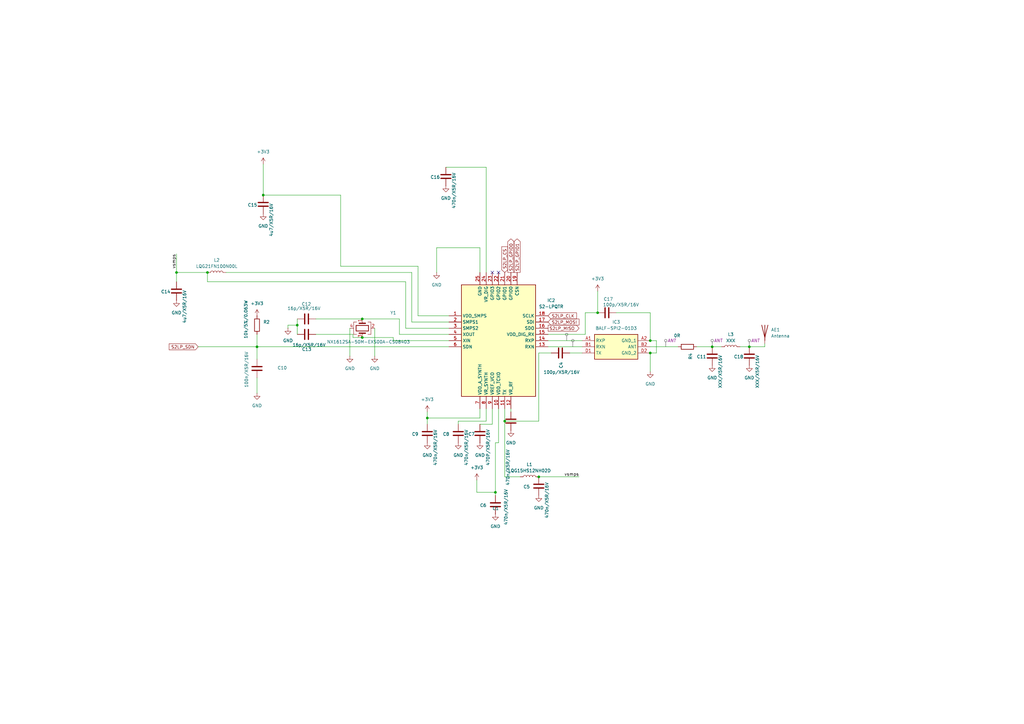
<source format=kicad_sch>
(kicad_sch (version 20231120) (generator "eeschema") (generator_version "8.0")
  (paper "A3")
  (lib_symbols
    (symbol "BALF-SPI2-01D3:BALF-SPI2-01D3"
      (property "Reference" "IC" (at 24.13 7.62 0))
      (property "Value" "BALF-SPI2-01D3" (at 24.13 5.08 0))
      (symbol "BALF-SPI2-01D3_1_1"
        (rectangle (start 5.08 2.54) (end 22.86 -7.62) (stroke (width 0.254)) (fill (type background)))
        (pin passive line (at 0 0 0) (length 5.08) (name "RXP") (number "A1"))
        (pin passive line (at 27.94 0 180) (length 5.08) (name "GND_1") (number "A2"))
        (pin passive line (at 0 -2.54 0) (length 5.08) (name "RXN") (number "B1"))
        (pin passive line (at 27.94 -2.54 180) (length 5.08) (name "ANT") (number "B2"))
        (pin passive line (at 0 -5.08 0) (length 5.08) (name "TX") (number "D1"))
        (pin passive line (at 27.94 -5.08 180) (length 5.08) (name "GND_2") (number "D2"))
      )
    )
    (symbol "Device:Antenna" (pin_numbers hide) (pin_names (offset 1.016) hide)
      (property "Reference" "AE" (at -1.905 1.905 0))
      (property "Value" "Antenna" (at -1.905 0 0))
      (symbol "Antenna_0_1"
        (polyline (pts (xy 0 2.54) (xy 0 -3.81)) (stroke (width 0.254)))
        (polyline (pts (xy 1.27 2.54) (xy 0 -2.54) (xy -1.27 2.54)) (stroke (width 0.254)))
      )
      (symbol "Antenna_1_1"
        (pin input line (at 0 -5.08 90) (length 2.54) (name "A") (number "1"))
      )
    )
    (symbol "Device:C" (pin_numbers hide) (pin_names (offset 0.254))
      (property "Reference" "C" (at 0.635 2.54 0))
      (property "Value" "C" (at 0.635 -2.54 0))
      (symbol "C_0_1"
        (polyline (pts (xy -2.032 -0.762) (xy 2.032 -0.762)) (stroke (width 0.508)))
        (polyline (pts (xy -2.032 0.762) (xy 2.032 0.762)) (stroke (width 0.508)))
      )
      (symbol "C_1_1"
        (pin passive line (at 0 3.81 270) (length 2.794) (name "~") (number "1"))
        (pin passive line (at 0 -3.81 90) (length 2.794) (name "~") (number "2"))
      )
    )
    (symbol "Device:Crystal_GND24" (pin_names (offset 1.016) hide)
      (property "Reference" "Y" (at 3.175 5.08 0))
      (property "Value" "Crystal_GND24" (at 3.175 3.175 0))
      (symbol "Crystal_GND24_0_1"
        (rectangle (start -1.143 2.54) (end 1.143 -2.54) (stroke (width 0.3048)))
        (polyline (pts (xy -2.54 0) (xy -2.032 0)))
        (polyline (pts (xy -2.032 -1.27) (xy -2.032 1.27)) (stroke (width 0.508)))
        (polyline (pts (xy 0 -3.81) (xy 0 -3.556)))
        (polyline (pts (xy 0 3.556) (xy 0 3.81)))
        (polyline (pts (xy 2.032 -1.27) (xy 2.032 1.27)) (stroke (width 0.508)))
        (polyline (pts (xy 2.032 0) (xy 2.54 0)))
        (polyline (pts (xy -2.54 -2.286) (xy -2.54 -3.556) (xy 2.54 -3.556) (xy 2.54 -2.286)))
        (polyline (pts (xy -2.54 2.286) (xy -2.54 3.556) (xy 2.54 3.556) (xy 2.54 2.286)))
      )
      (symbol "Crystal_GND24_1_1"
        (pin passive line (at -3.81 0 0) (length 1.27) (name "1") (number "1"))
        (pin passive line (at 0 5.08 270) (length 1.27) (name "2") (number "2"))
        (pin passive line (at 3.81 0 180) (length 1.27) (name "3") (number "3"))
        (pin passive line (at 0 -5.08 90) (length 1.27) (name "4") (number "4"))
      )
    )
    (symbol "Device:L" (pin_numbers hide) (pin_names (offset 1.016) hide)
      (property "Reference" "L" (at -1.27 0 90))
      (property "Value" "L" (at 1.905 0 90))
      (symbol "L_0_1"
        (arc (start 0 -2.54) (mid 0.6323 -1.905) (end 0 -1.27))
        (arc (start 0 -1.27) (mid 0.6323 -0.635) (end 0 0))
        (arc (start 0 0) (mid 0.6323 0.635) (end 0 1.27))
        (arc (start 0 1.27) (mid 0.6323 1.905) (end 0 2.54))
      )
      (symbol "L_1_1"
        (pin passive line (at 0 3.81 270) (length 1.27) (name "1") (number "1"))
        (pin passive line (at 0 -3.81 90) (length 1.27) (name "2") (number "2"))
      )
    )
    (symbol "Device:R" (pin_numbers hide) (pin_names (offset 0))
      (property "Reference" "R" (at 2.032 0 90))
      (property "Value" "R" (at 0 0 90))
      (symbol "R_0_1"
        (rectangle (start -1.016 -2.54) (end 1.016 2.54) (stroke (width 0.254)))
      )
      (symbol "R_1_1"
        (pin passive line (at 0 3.81 270) (length 1.27) (name "~") (number "1"))
        (pin passive line (at 0 -3.81 90) (length 1.27) (name "~") (number "2"))
      )
    )
    (symbol "S2-LPQTR:S2-LPQTR"
      (property "Reference" "IC" (at 36.83 17.78 0))
      (property "Value" "S2-LPQTR" (at 36.83 15.24 0))
      (symbol "S2-LPQTR_1_1"
        (rectangle (start 5.08 12.7) (end 35.56 -33.02) (stroke (width 0.254)) (fill (type background)))
        (pin power_in line (at 0 0 0) (length 5.08) (name "VDD_SMPS") (number "1"))
        (pin power_in line (at 20.32 -38.1 90) (length 5.08) (name "VDD_TCXO") (number "10"))
        (pin output line (at 22.86 -38.1 90) (length 5.08) (name "TX") (number "11"))
        (pin power_in line (at 25.4 -38.1 90) (length 5.08) (name "VR_RF") (number "12"))
        (pin input line (at 40.64 -12.7 180) (length 5.08) (name "RXN") (number "13"))
        (pin input line (at 40.64 -10.16 180) (length 5.08) (name "RXP") (number "14"))
        (pin power_in line (at 40.64 -7.62 180) (length 5.08) (name "VDD_DIG_RX") (number "15"))
        (pin bidirectional line (at 40.64 -5.08 180) (length 5.08) (name "SDO") (number "16"))
        (pin bidirectional line (at 40.64 -2.54 180) (length 5.08) (name "SDI") (number "17"))
        (pin bidirectional line (at 40.64 0 180) (length 5.08) (name "SCLK") (number "18"))
        (pin bidirectional line (at 27.94 17.78 270) (length 5.08) (name "CSN") (number "19"))
        (pin power_in line (at 0 -2.54 0) (length 5.08) (name "SMPS1") (number "2"))
        (pin bidirectional line (at 25.4 17.78 270) (length 5.08) (name "GPIO0") (number "20"))
        (pin bidirectional line (at 22.86 17.78 270) (length 5.08) (name "GPIO1") (number "21"))
        (pin bidirectional line (at 20.32 17.78 270) (length 5.08) (name "GPIO2") (number "22"))
        (pin bidirectional line (at 17.78 17.78 270) (length 5.08) (name "GPIO3") (number "23"))
        (pin power_in line (at 15.24 17.78 270) (length 5.08) (name "VR_DIG") (number "24"))
        (pin power_in line (at 12.7 17.78 270) (length 5.08) (name "GND") (number "25"))
        (pin power_in line (at 0 -5.08 0) (length 5.08) (name "SMPS2") (number "3"))
        (pin passive line (at 0 -7.62 0) (length 5.08) (name "XOUT") (number "4"))
        (pin input line (at 0 -10.16 0) (length 5.08) (name "XIN") (number "5"))
        (pin input line (at 0 -12.7 0) (length 5.08) (name "SDN") (number "6"))
        (pin power_in line (at 12.7 -38.1 90) (length 5.08) (name "VDD_A_SYNTH") (number "7"))
        (pin power_in line (at 15.24 -38.1 90) (length 5.08) (name "VR_SYNTH") (number "8"))
        (pin power_in line (at 17.78 -38.1 90) (length 5.08) (name "VREF_VCO") (number "9"))
      )
    )
    (symbol "power:+3V3" (power) (pin_numbers hide) (pin_names (offset 0) hide)
      (property "Value" "+3V3" (at 0 3.556 0))
      (symbol "+3V3_0_1"
        (polyline (pts (xy -0.762 1.27) (xy 0 2.54)))
        (polyline (pts (xy 0 0) (xy 0 2.54)))
        (polyline (pts (xy 0 2.54) (xy 0.762 1.27)))
      )
      (symbol "+3V3_1_1"
        (pin power_in line (at 0 0 90) (length 0) (name "~") (number "1"))
      )
    )
    (symbol "power:GND" (power) (pin_numbers hide) (pin_names (offset 0) hide)
      (property "Value" "GND" (at 0 -3.81 0))
      (symbol "GND_0_1"
        (polyline (pts (xy 0 0) (xy 0 -1.27) (xy 1.27 -1.27) (xy 0 -2.54) (xy -1.27 -1.27) (xy 0 -1.27)))
      )
      (symbol "GND_1_1"
        (pin power_in line (at 0 0 270) (length 0) (name "~") (number "1"))
      )
    )
  )
  (junction (at 85.09 111.76))
  (junction (at 107.95 80.01))
  (junction (at 207.01 172.72))
  (junction (at 175.26 171.45))
  (junction (at 72.39 111.76))
  (junction (at 220.98 195.58))
  (junction (at 148.59 130.81))
  (junction (at 203.2 201.93))
  (junction (at 105.41 142.24))
  (junction (at 245.11 128.27))
  (junction (at 121.92 133.35))
  (junction (at 307.34 142.24))
  (junction (at 148.59 138.43))
  (junction (at 266.7 144.78))
  (junction (at 266.7 139.7))
  (junction (at 292.1 142.24))
  (no_connect (at 201.93 111.76))
  (no_connect (at 204.47 111.76))
  (wire (pts (xy 163.83 137.16) (xy 184.15 137.16)))
  (wire (pts (xy 85.09 111.76) (xy 72.39 111.76)))
  (wire (pts (xy 144.78 138.43) (xy 148.59 138.43)))
  (wire (pts (xy 269.24 144.78) (xy 266.7 144.78)))
  (wire (pts (xy 199.39 167.64) (xy 199.39 172.72)))
  (wire (pts (xy 209.55 167.64) (xy 209.55 168.91)))
  (wire (pts (xy 161.29 139.7) (xy 184.15 139.7)))
  (wire (pts (xy 196.85 111.76) (xy 196.85 101.6)))
  (wire (pts (xy 203.2 203.2) (xy 203.2 201.93)))
  (wire (pts (xy 207.01 172.72) (xy 207.01 167.64)))
  (wire (pts (xy 220.98 144.78) (xy 220.98 172.72)))
  (wire (pts (xy 179.07 101.6) (xy 179.07 111.76)))
  (wire (pts (xy 203.2 201.93) (xy 203.2 181.61)))
  (wire (pts (xy 207.01 195.58) (xy 213.36 195.58)))
  (wire (pts (xy 168.91 132.08) (xy 168.91 111.76)))
  (wire (pts (xy 175.26 168.91) (xy 175.26 171.45)))
  (wire (pts (xy 196.85 167.64) (xy 196.85 171.45)))
  (wire (pts (xy 285.75 142.24) (xy 292.1 142.24)))
  (wire (pts (xy 307.34 142.24) (xy 313.69 142.24)))
  (wire (pts (xy 175.26 171.45) (xy 175.26 173.99)))
  (wire (pts (xy 121.92 130.81) (xy 121.92 133.35)))
  (wire (pts (xy 252.73 128.27) (xy 266.7 128.27)))
  (wire (pts (xy 107.95 80.01) (xy 139.7 80.01)))
  (wire (pts (xy 118.11 133.35) (xy 118.11 134.62)))
  (wire (pts (xy 129.54 137.16) (xy 144.78 137.16)))
  (wire (pts (xy 139.7 109.22) (xy 139.7 80.01)))
  (wire (pts (xy 266.7 142.24) (xy 278.13 142.24)))
  (wire (pts (xy 240.03 137.16) (xy 240.03 128.27)))
  (wire (pts (xy 266.7 128.27) (xy 266.7 139.7)))
  (wire (pts (xy 313.69 140.97) (xy 313.69 142.24)))
  (wire (pts (xy 81.28 142.24) (xy 105.41 142.24)))
  (wire (pts (xy 171.45 109.22) (xy 139.7 109.22)))
  (wire (pts (xy 161.29 138.43) (xy 161.29 139.7)))
  (wire (pts (xy 105.41 154.94) (xy 105.41 161.29)))
  (wire (pts (xy 266.7 144.78) (xy 266.7 152.4)))
  (wire (pts (xy 240.03 128.27) (xy 245.11 128.27)))
  (wire (pts (xy 187.96 172.72) (xy 187.96 173.99)))
  (wire (pts (xy 85.09 115.57) (xy 85.09 111.76)))
  (wire (pts (xy 166.37 134.62) (xy 166.37 115.57)))
  (wire (pts (xy 245.11 119.38) (xy 245.11 128.27)))
  (wire (pts (xy 143.51 134.62) (xy 143.51 146.05)))
  (wire (pts (xy 203.2 201.93) (xy 195.58 201.93)))
  (wire (pts (xy 203.2 181.61) (xy 204.47 181.61)))
  (wire (pts (xy 184.15 134.62) (xy 166.37 134.62)))
  (wire (pts (xy 199.39 172.72) (xy 187.96 172.72)))
  (wire (pts (xy 129.54 130.81) (xy 148.59 130.81)))
  (wire (pts (xy 196.85 101.6) (xy 179.07 101.6)))
  (wire (pts (xy 121.92 133.35) (xy 121.92 137.16)))
  (wire (pts (xy 184.15 132.08) (xy 168.91 132.08)))
  (wire (pts (xy 224.79 137.16) (xy 240.03 137.16)))
  (wire (pts (xy 166.37 115.57) (xy 85.09 115.57)))
  (wire (pts (xy 207.01 172.72) (xy 207.01 195.58)))
  (wire (pts (xy 72.39 111.76) (xy 72.39 115.57)))
  (wire (pts (xy 121.92 133.35) (xy 118.11 133.35)))
  (wire (pts (xy 266.7 139.7) (xy 269.24 139.7)))
  (wire (pts (xy 204.47 181.61) (xy 204.47 167.64)))
  (wire (pts (xy 220.98 195.58) (xy 237.49 195.58)))
  (wire (pts (xy 72.39 104.14) (xy 72.39 111.76)))
  (wire (pts (xy 171.45 129.54) (xy 171.45 109.22)))
  (wire (pts (xy 292.1 142.24) (xy 295.91 142.24)))
  (wire (pts (xy 224.79 139.7) (xy 238.76 139.7)))
  (wire (pts (xy 201.93 173.99) (xy 196.85 173.99)))
  (wire (pts (xy 199.39 111.76) (xy 199.39 68.58)))
  (wire (pts (xy 220.98 172.72) (xy 207.01 172.72)))
  (wire (pts (xy 182.88 68.58) (xy 199.39 68.58)))
  (wire (pts (xy 196.85 171.45) (xy 175.26 171.45)))
  (wire (pts (xy 105.41 142.24) (xy 105.41 147.32)))
  (wire (pts (xy 163.83 130.81) (xy 163.83 137.16)))
  (wire (pts (xy 148.59 130.81) (xy 163.83 130.81)))
  (wire (pts (xy 105.41 142.24) (xy 184.15 142.24)))
  (wire (pts (xy 105.41 137.16) (xy 105.41 142.24)))
  (wire (pts (xy 269.24 139.7) (xy 269.24 144.78)))
  (wire (pts (xy 233.68 144.78) (xy 238.76 144.78)))
  (wire (pts (xy 303.53 142.24) (xy 307.34 142.24)))
  (wire (pts (xy 224.79 142.24) (xy 238.76 142.24)))
  (wire (pts (xy 144.78 137.16) (xy 144.78 138.43)))
  (wire (pts (xy 195.58 196.85) (xy 195.58 201.93)))
  (wire (pts (xy 148.59 138.43) (xy 161.29 138.43)))
  (wire (pts (xy 92.71 111.76) (xy 168.91 111.76)))
  (wire (pts (xy 184.15 129.54) (xy 171.45 129.54)))
  (wire (pts (xy 201.93 167.64) (xy 201.93 173.99)))
  (wire (pts (xy 226.06 144.78) (xy 220.98 144.78)))
  (wire (pts (xy 107.95 67.31) (xy 107.95 80.01)))
  (wire (pts (xy 153.67 134.62) (xy 153.67 146.05)))
  (label "vsmps" (at 237.49 195.58 180))
  (label "vsmps" (at 72.39 104.14 270))
  (global_label "S2LP_MOSI" (shape input) (at 224.79 132.08 0) (property "Intersheetrefs" "${INTERSHEET_REFS}" (effects (hide yes))))
  (global_label "S2LP_CLK" (shape input) (at 224.79 129.54 0) (property "Intersheetrefs" "${INTERSHEET_REFS}" (effects (hide yes))))
  (global_label "S2LP_MISO" (shape output) (at 224.79 134.62 0) (property "Intersheetrefs" "${INTERSHEET_REFS}" (effects (hide yes))))
  (global_label "S2LP_CS" (shape input) (at 207.01 111.76 90) (property "Intersheetrefs" "${INTERSHEET_REFS}" (effects (hide yes))))
  (global_label "S2LP_SDN" (shape input) (at 81.28 142.24 180) (property "Intersheetrefs" "${INTERSHEET_REFS}" (effects (hide yes))))
  (global_label "S2LP_GPIO1" (shape output) (at 212.09 111.76 90) (property "Intersheetrefs" "${INTERSHEET_REFS}" (effects (hide yes))))
  (global_label "S2LP_GPIO0" (shape output) (at 209.55 111.76 90) (property "Intersheetrefs" "${INTERSHEET_REFS}" (effects (hide yes))))
  (netclass_flag "" (length 2.54) (shape round) (at 232.41 139.7 0) (property "Netclass" "RF_BALUN" (effects (hide yes))))
  (netclass_flag "" (length 2.54) (shape round) (at 307.34 142.24 0) (property "Netclass" "ANT" (at 308.0385 139.7 0) (effects (font (italic yes)) (justify left))))
  (netclass_flag "" (length 2.54) (shape round) (at 234.95 142.24 0) (property "Netclass" "RF_BALUN" (effects (hide yes))))
  (netclass_flag "" (length 2.54) (shape round) (at 292.1 142.24 0) (property "Netclass" "ANT" (at 292.7985 139.7 0) (effects (font (italic yes)) (justify left))))
  (netclass_flag "" (length 2.54) (shape round) (at 273.05 142.24 0) (property "Netclass" "ANT" (at 273.7485 139.7 0) (effects (font (italic yes)) (justify left))))
  (symbol (lib_id "BALF-SPI2-01D3:BALF-SPI2-01D3") (at 238.76 139.7 0) (unit 1)
    (property "Reference" "IC3" (at 252.73 132.08 0))
    (property "Value" "BALF-SPI2-01D3" (at 252.73 134.62 0))
    (property "Footprint" "Footprints:BALFSPI201D3" (effects (hide yes)))
    (property "Datasheet" "http://www.st.com/resource/en/datasheet/balf-spi2-01d3.pdf" (effects (hide yes)))
    (property "Description" "STMICROELECTRONICS - BALF-SPI2-01D3 - BALUN TRANSFORMER, 927-868MHZ, FLIP-CHIP" (effects (hide yes)))
    (property "Height" "0" (effects (hide yes)))
    (property "Manufacturer_Name" "STMicroelectronics" (effects (hide yes)))
    (property "Manufacturer_Part_Number" "BALF-SPI2-01D3" (effects (hide yes)))
    (property "Mouser Part Number" "511-BALF-SPI2-01D3" (effects (hide yes)))
    (property "Mouser Price/Stock" "https://www.mouser.co.uk/ProductDetail/STMicroelectronics/BALF-SPI2-01D3?qs=YCa%2FAAYMW02tHz7PW%252Bkweg%3D%3D" (effects (hide yes)))
    (property "Arrow Part Number" "BALF-SPI2-01D3" (effects (hide yes)))
    (property "Arrow Price/Stock" "https://www.arrow.com/en/products/balf-spi2-01d3/stmicroelectronics?region=europe" (effects (hide yes)))
  )
  (symbol (lib_id "Device:C") (at 72.39 119.38 0) (unit 1)
    (property "Reference" "C14" (at 66.04 119.634 0) (effects (justify left)))
    (property "Value" "4u7/X5R/16V" (at 75.692 132.588 90) (effects (justify left)))
    (property "Footprint" "Capacitor_SMD:C_0402_1005Metric" (effects (hide yes)))
    (property "Description" "Unpolarized capacitor" (effects (hide yes)))
  )
  (symbol (lib_id "power:GND") (at 107.95 87.63 0) (unit 1)
    (property "Reference" "#PWR018" (effects (hide yes)))
    (property "Value" "GND" (at 107.95 92.71 0))
    (property "Description" "Power symbol creates a global label with name \"GND\" , ground" (effects (hide yes)))
  )
  (symbol (lib_id "Device:R") (at 105.41 133.35 0) (unit 1)
    (property "Reference" "R2" (at 107.95 132.0799 0) (effects (justify left)))
    (property "Value" "10k/5%/0.063W" (at 100.838 138.938 90) (effects (justify left)))
    (property "Footprint" "Resistor_SMD:R_0402_1005Metric" (effects (hide yes)))
    (property "Description" "Resistor" (effects (hide yes)))
  )
  (symbol (lib_id "Device:L") (at 217.17 195.58 90) (unit 1)
    (property "Reference" "L1" (at 217.17 190.5 90))
    (property "Value" "LQG15HS12NH02D" (at 217.17 193.04 90))
    (property "Footprint" "Inductor_SMD:L_0402_1005Metric" (effects (hide yes)))
    (property "Description" "Inductor" (effects (hide yes)))
  )
  (symbol (lib_id "Device:C") (at 125.73 137.16 90) (unit 1)
    (property "Reference" "C13" (at 127.762 143.256 90) (effects (justify left)))
    (property "Value" "16p/X5R/16V" (at 133.604 141.478 90) (effects (justify left)))
    (property "Footprint" "Capacitor_SMD:C_0402_1005Metric" (effects (hide yes)))
    (property "Description" "Unpolarized capacitor" (effects (hide yes)))
  )
  (symbol (lib_id "power:GND") (at 143.51 146.05 0) (unit 1)
    (property "Reference" "#PWR023" (effects (hide yes)))
    (property "Value" "GND" (at 143.51 151.13 0))
    (property "Description" "Power symbol creates a global label with name \"GND\" , ground" (effects (hide yes)))
  )
  (symbol (lib_id "Device:C") (at 248.92 128.27 90) (unit 1)
    (property "Reference" "C17" (at 251.46 122.682 90) (effects (justify left)))
    (property "Value" "100p/X5R/16V" (at 262.128 124.968 90) (effects (justify left)))
    (property "Footprint" "Capacitor_SMD:C_0402_1005Metric" (effects (hide yes)))
    (property "Description" "Unpolarized capacitor" (effects (hide yes)))
  )
  (symbol (lib_id "Device:R") (at 281.94 142.24 270) (unit 1)
    (property "Reference" "R4" (at 283.2101 144.78 0) (effects (justify left)))
    (property "Value" "0R" (at 276.352 137.668 90) (effects (justify left)))
    (property "Footprint" "Resistor_SMD:R_0402_1005Metric" (effects (hide yes)))
    (property "Description" "Resistor" (effects (hide yes)))
  )
  (symbol (lib_id "Device:C") (at 203.2 207.01 0) (unit 1)
    (property "Reference" "C6" (at 196.85 207.264 0) (effects (justify left)))
    (property "Value" "470n/X5R/16V" (at 207.518 215.392 90) (effects (justify left)))
    (property "Footprint" "Capacitor_SMD:C_0402_1005Metric" (effects (hide yes)))
    (property "Description" "Unpolarized capacitor" (effects (hide yes)))
  )
  (symbol (lib_id "Device:C") (at 175.26 177.8 0) (unit 1)
    (property "Reference" "C9" (at 168.91 178.054 0) (effects (justify left)))
    (property "Value" "470n/X5R/16V" (at 178.562 191.008 90) (effects (justify left)))
    (property "Footprint" "Capacitor_SMD:C_0402_1005Metric" (effects (hide yes)))
    (property "Description" "Unpolarized capacitor" (effects (hide yes)))
  )
  (symbol (lib_id "power:GND") (at 196.85 181.61 0) (unit 1)
    (property "Reference" "#PWR09" (effects (hide yes)))
    (property "Value" "GND" (at 196.85 186.69 0))
    (property "Description" "Power symbol creates a global label with name \"GND\" , ground" (effects (hide yes)))
  )
  (symbol (lib_id "power:+3V3") (at 175.26 168.91 0) (unit 1)
    (property "Reference" "#PWR012" (effects (hide yes)))
    (property "Value" "+3V3" (at 175.26 163.83 0))
    (property "Description" "Power symbol creates a global label with name \"+3V3\"" (effects (hide yes)))
  )
  (symbol (lib_id "power:+3V3") (at 245.11 119.38 0) (unit 1)
    (property "Reference" "#PWR021" (effects (hide yes)))
    (property "Value" "+3V3" (at 245.11 114.3 0))
    (property "Description" "Power symbol creates a global label with name \"+3V3\"" (effects (hide yes)))
  )
  (symbol (lib_id "Device:C") (at 107.95 83.82 0) (unit 1)
    (property "Reference" "C15" (at 101.6 84.074 0) (effects (justify left)))
    (property "Value" "4u7/X5R/16V" (at 111.252 97.028 90) (effects (justify left)))
    (property "Footprint" "Capacitor_SMD:C_0402_1005Metric" (effects (hide yes)))
    (property "Description" "Unpolarized capacitor" (effects (hide yes)))
  )
  (symbol (lib_id "Device:C") (at 209.55 172.72 0) (unit 1)
    (property "Reference" "C1" (at 201.93 208.534 0) (effects (justify left)))
    (property "Value" "470n/X5R/16V" (at 208.28 199.136 90) (effects (justify left)))
    (property "Footprint" "Capacitor_SMD:C_0402_1005Metric" (effects (hide yes)))
    (property "Description" "Unpolarized capacitor" (effects (hide yes)))
  )
  (symbol (lib_id "power:+3V3") (at 107.95 67.31 0) (unit 1)
    (property "Reference" "#PWR019" (effects (hide yes)))
    (property "Value" "+3V3" (at 107.95 62.23 0))
    (property "Description" "Power symbol creates a global label with name \"+3V3\"" (effects (hide yes)))
  )
  (symbol (lib_id "power:GND") (at 220.98 203.2 0) (unit 1)
    (property "Reference" "#PWR07" (effects (hide yes)))
    (property "Value" "GND" (at 220.98 208.28 0))
    (property "Description" "Power symbol creates a global label with name \"GND\" , ground" (effects (hide yes)))
  )
  (symbol (lib_id "power:GND") (at 209.55 176.53 0) (unit 1)
    (property "Reference" "#PWR05" (effects (hide yes)))
    (property "Value" "GND" (at 209.55 181.61 0))
    (property "Description" "Power symbol creates a global label with name \"GND\" , ground" (effects (hide yes)))
  )
  (symbol (lib_id "Device:C") (at 125.73 130.81 270) (unit 1)
    (property "Reference" "C12" (at 123.698 124.714 90) (effects (justify left)))
    (property "Value" "16p/X5R/16V" (at 117.856 126.492 90) (effects (justify left)))
    (property "Footprint" "Capacitor_SMD:C_0402_1005Metric" (effects (hide yes)))
    (property "Description" "Unpolarized capacitor" (effects (hide yes)))
  )
  (symbol (lib_id "power:GND") (at 292.1 149.86 0) (unit 1)
    (property "Reference" "#PWR025" (effects (hide yes)))
    (property "Value" "GND" (at 292.1 154.94 0))
    (property "Description" "Power symbol creates a global label with name \"GND\" , ground" (effects (hide yes)))
  )
  (symbol (lib_id "S2-LPQTR:S2-LPQTR") (at 184.15 129.54 0) (unit 1)
    (property "Reference" "IC2" (at 226.06 123.2214 0))
    (property "Value" "S2-LPQTR" (at 226.06 125.7614 0))
    (property "Footprint" "QFN50P400X400X100-25N-D" (effects (hide yes)))
    (property "Datasheet" "http://www.st.com/content/ccc/resource/technical/document/datasheet/group3/bd/26/62/81/3d/86/4d/15/DM00339133/files/DM00339133.pdf/jcr:content/translations/en.DM00339133.pdf" (effects (hide yes)))
    (property "Description" "STMICROELECTRONICS - S2-LPQTR - RF TRANSCEIVER, 1GHZ, QFN-24" (effects (hide yes)))
    (property "Height" "1" (effects (hide yes)))
    (property "Manufacturer_Name" "STMicroelectronics" (effects (hide yes)))
    (property "Manufacturer_Part_Number" "S2-LPQTR" (effects (hide yes)))
    (property "Mouser Part Number" "511-S2-LPQTR" (effects (hide yes)))
    (property "Mouser Price/Stock" "https://www.mouser.co.uk/ProductDetail/STMicroelectronics/S2-LPQTR?qs=pBOFM1sAujt3j15q4uNAuQ%3D%3D" (effects (hide yes)))
    (property "Arrow Part Number" "S2-LPQTR" (effects (hide yes)))
    (property "Arrow Price/Stock" "https://www.arrow.com/en/products/s2-lpqtr/stmicroelectronics?region=europe" (effects (hide yes)))
  )
  (symbol (lib_id "Device:Crystal_GND24") (at 148.59 134.62 270) (unit 1)
    (property "Reference" "Y1" (at 161.29 128.3014 90))
    (property "Value" "NX1612SA-50M-EXS00A-CS08403" (at 151.13 140.208 90))
    (property "Footprint" "Oscillator:Oscillator_SMD_Abracon_ASCO-4Pin_1.6x1.2mm" (effects (hide yes)))
    (property "Description" "Four pin crystal, GND on pins 2 and 4" (effects (hide yes)))
  )
  (symbol (lib_id "Device:C") (at 105.41 151.13 0) (unit 1)
    (property "Reference" "C10" (at 113.792 150.876 0) (effects (justify left)))
    (property "Value" "100n/X5R/16V" (at 101.092 159.004 90) (effects (justify left)))
    (property "Footprint" "Capacitor_SMD:C_0402_1005Metric" (effects (hide yes)))
    (property "Description" "Unpolarized capacitor" (effects (hide yes)))
  )
  (symbol (lib_id "Device:Antenna") (at 313.69 135.89 0) (unit 1)
    (property "Reference" "AE1" (at 316.23 135.2549 0) (effects (justify left)))
    (property "Value" "Antenna" (at 316.23 137.7949 0) (effects (justify left)))
    (property "Footprint" "RF_Antenna:Texas_SWRA416_868MHz_915MHz" (effects (hide yes)))
    (property "Description" "Antenna" (effects (hide yes)))
  )
  (symbol (lib_id "power:+3V3") (at 195.58 196.85 0) (unit 1)
    (property "Reference" "#PWR024" (effects (hide yes)))
    (property "Value" "+3V3" (at 195.58 191.77 0))
    (property "Description" "Power symbol creates a global label with name \"+3V3\"" (effects (hide yes)))
  )
  (symbol (lib_id "Device:C") (at 229.87 144.78 90) (unit 1)
    (property "Reference" "C4" (at 230.124 151.13 0) (effects (justify left)))
    (property "Value" "100p/X5R/16V" (at 237.744 152.654 90) (effects (justify left)))
    (property "Footprint" "Capacitor_SMD:C_0402_1005Metric" (effects (hide yes)))
    (property "Description" "Unpolarized capacitor" (effects (hide yes)))
  )
  (symbol (lib_id "power:GND") (at 153.67 146.05 0) (unit 1)
    (property "Reference" "#PWR015" (effects (hide yes)))
    (property "Value" "GND" (at 153.67 151.13 0))
    (property "Description" "Power symbol creates a global label with name \"GND\" , ground" (effects (hide yes)))
  )
  (symbol (lib_id "power:GND") (at 203.2 210.82 0) (unit 1)
    (property "Reference" "#PWR08" (effects (hide yes)))
    (property "Value" "GND" (at 203.2 215.9 0))
    (property "Description" "Power symbol creates a global label with name \"GND\" , ground" (effects (hide yes)))
  )
  (symbol (lib_id "power:GND") (at 187.96 181.61 0) (unit 1)
    (property "Reference" "#PWR010" (effects (hide yes)))
    (property "Value" "GND" (at 187.96 186.69 0))
    (property "Description" "Power symbol creates a global label with name \"GND\" , ground" (effects (hide yes)))
  )
  (symbol (lib_id "Device:L") (at 299.72 142.24 90) (unit 1)
    (property "Reference" "L3" (at 299.72 137.16 90))
    (property "Value" "XXX" (at 299.72 139.7 90))
    (property "Footprint" "Inductor_SMD:L_0402_1005Metric" (effects (hide yes)))
    (property "Description" "Inductor" (effects (hide yes)))
  )
  (symbol (lib_id "power:GND") (at 266.7 152.4 0) (unit 1)
    (property "Reference" "#PWR022" (effects (hide yes)))
    (property "Value" "GND" (at 266.7 157.48 0))
    (property "Description" "Power symbol creates a global label with name \"GND\" , ground" (effects (hide yes)))
  )
  (symbol (lib_id "power:GND") (at 307.34 149.86 0) (unit 1)
    (property "Reference" "#PWR026" (effects (hide yes)))
    (property "Value" "GND" (at 307.34 154.94 0))
    (property "Description" "Power symbol creates a global label with name \"GND\" , ground" (effects (hide yes)))
  )
  (symbol (lib_id "power:GND") (at 179.07 111.76 0) (unit 1)
    (property "Reference" "#PWR06" (effects (hide yes)))
    (property "Value" "GND" (at 179.07 116.84 0))
    (property "Description" "Power symbol creates a global label with name \"GND\" , ground" (effects (hide yes)))
  )
  (symbol (lib_id "Device:C") (at 182.88 72.39 0) (unit 1)
    (property "Reference" "C16" (at 176.53 72.644 0) (effects (justify left)))
    (property "Value" "470n/X5R/16V" (at 186.182 85.598 90) (effects (justify left)))
    (property "Footprint" "Capacitor_SMD:C_0402_1005Metric" (effects (hide yes)))
    (property "Description" "Unpolarized capacitor" (effects (hide yes)))
  )
  (symbol (lib_id "Device:C") (at 292.1 146.05 0) (unit 1)
    (property "Reference" "C11" (at 285.75 146.304 0) (effects (justify left)))
    (property "Value" "XXX/X5R/16V" (at 295.402 159.258 90) (effects (justify left)))
    (property "Footprint" "Capacitor_SMD:C_0402_1005Metric" (effects (hide yes)))
    (property "Description" "Unpolarized capacitor" (effects (hide yes)))
  )
  (symbol (lib_id "power:GND") (at 182.88 76.2 0) (unit 1)
    (property "Reference" "#PWR020" (effects (hide yes)))
    (property "Value" "GND" (at 182.88 81.28 0))
    (property "Description" "Power symbol creates a global label with name \"GND\" , ground" (effects (hide yes)))
  )
  (symbol (lib_id "power:GND") (at 72.39 123.19 0) (unit 1)
    (property "Reference" "#PWR017" (effects (hide yes)))
    (property "Value" "GND" (at 72.39 128.27 0))
    (property "Description" "Power symbol creates a global label with name \"GND\" , ground" (effects (hide yes)))
  )
  (symbol (lib_id "Device:C") (at 196.85 177.8 0) (unit 1)
    (property "Reference" "C7" (at 192.024 178.054 0) (effects (justify left)))
    (property "Value" "470P/X5R/16V" (at 200.152 191.008 90) (effects (justify left)))
    (property "Footprint" "Capacitor_SMD:C_0402_1005Metric" (effects (hide yes)))
    (property "Description" "Unpolarized capacitor" (effects (hide yes)))
  )
  (symbol (lib_id "power:+3V3") (at 105.41 129.54 0) (unit 1)
    (property "Reference" "#PWR014" (effects (hide yes)))
    (property "Value" "+3V3" (at 105.41 124.46 0))
    (property "Description" "Power symbol creates a global label with name \"+3V3\"" (effects (hide yes)))
  )
  (symbol (lib_id "Device:C") (at 187.96 177.8 0) (unit 1)
    (property "Reference" "C8" (at 181.61 178.054 0) (effects (justify left)))
    (property "Value" "470n/X5R/16V" (at 191.262 191.008 90) (effects (justify left)))
    (property "Footprint" "Capacitor_SMD:C_0402_1005Metric" (effects (hide yes)))
    (property "Description" "Unpolarized capacitor" (effects (hide yes)))
  )
  (symbol (lib_id "power:GND") (at 118.11 134.62 0) (unit 1)
    (property "Reference" "#PWR016" (effects (hide yes)))
    (property "Value" "GND" (at 118.11 139.7 0))
    (property "Description" "Power symbol creates a global label with name \"GND\" , ground" (effects (hide yes)))
  )
  (symbol (lib_id "Device:L") (at 88.9 111.76 90) (unit 1)
    (property "Reference" "L2" (at 88.9 106.68 90))
    (property "Value" "LQG21FN100N00L" (at 88.9 109.22 90))
    (property "Footprint" "Inductor_SMD:L_0805_2012Metric" (effects (hide yes)))
    (property "Description" "Inductor" (effects (hide yes)))
  )
  (symbol (lib_id "Device:C") (at 220.98 199.39 0) (unit 1)
    (property "Reference" "C5" (at 214.63 199.644 0) (effects (justify left)))
    (property "Value" "470n/X5R/16V" (at 224.282 212.598 90) (effects (justify left)))
    (property "Footprint" "Capacitor_SMD:C_0402_1005Metric" (effects (hide yes)))
    (property "Description" "Unpolarized capacitor" (effects (hide yes)))
  )
  (symbol (lib_id "power:GND") (at 175.26 181.61 0) (unit 1)
    (property "Reference" "#PWR011" (effects (hide yes)))
    (property "Value" "GND" (at 175.26 186.69 0))
    (property "Description" "Power symbol creates a global label with name \"GND\" , ground" (effects (hide yes)))
  )
  (symbol (lib_id "Device:C") (at 307.34 146.05 0) (unit 1)
    (property "Reference" "C18" (at 300.99 146.304 0) (effects (justify left)))
    (property "Value" "XXX/X5R/16V" (at 310.642 159.258 90) (effects (justify left)))
    (property "Footprint" "Capacitor_SMD:C_0402_1005Metric" (effects (hide yes)))
    (property "Description" "Unpolarized capacitor" (effects (hide yes)))
  )
  (symbol (lib_id "power:GND") (at 105.41 161.29 0) (unit 1)
    (property "Reference" "#PWR013" (effects (hide yes)))
    (property "Value" "GND" (at 105.41 166.37 0))
    (property "Description" "Power symbol creates a global label with name \"GND\" , ground" (effects (hide yes)))
  )
)
</source>
